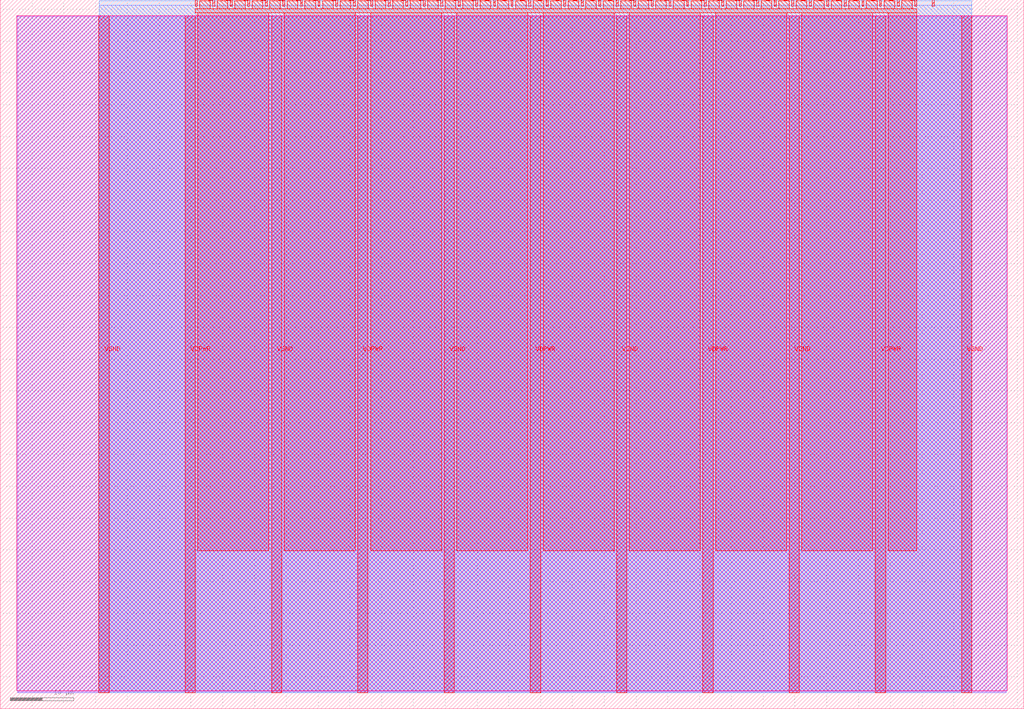
<source format=lef>
VERSION 5.7 ;
  NOWIREEXTENSIONATPIN ON ;
  DIVIDERCHAR "/" ;
  BUSBITCHARS "[]" ;
MACRO tt_um_tiny_pll
  CLASS BLOCK ;
  FOREIGN tt_um_tiny_pll ;
  ORIGIN 0.000 0.000 ;
  SIZE 161.000 BY 111.520 ;
  PIN VGND
    USE GROUND ;
    ANTENNAGATEAREA 1949.261108 ;
    ANTENNADIFFAREA 644.832947 ;
    PORT
      LAYER met4 ;
        RECT 15.530 2.480 17.130 109.040 ;
    END
    PORT
      LAYER met4 ;
        RECT 42.670 2.480 44.270 109.040 ;
    END
    PORT
      LAYER met4 ;
        RECT 69.810 2.480 71.410 109.040 ;
    END
    PORT
      LAYER met4 ;
        RECT 96.950 2.480 98.550 109.040 ;
    END
    PORT
      LAYER met4 ;
        RECT 124.090 2.480 125.690 109.040 ;
    END
    PORT
      LAYER met4 ;
        RECT 151.230 2.480 152.830 109.040 ;
    END
  END VGND
  PIN VDPWR
    USE POWER ;
    ANTENNAGATEAREA 1232.291504 ;
    ANTENNADIFFAREA 631.827759 ;
    PORT
      LAYER met4 ;
        RECT 29.100 2.480 30.700 109.040 ;
    END
    PORT
      LAYER met4 ;
        RECT 56.240 2.480 57.840 109.040 ;
    END
    PORT
      LAYER met4 ;
        RECT 83.380 2.480 84.980 109.040 ;
    END
    PORT
      LAYER met4 ;
        RECT 110.520 2.480 112.120 109.040 ;
    END
    PORT
      LAYER met4 ;
        RECT 137.660 2.480 139.260 109.040 ;
    END
  END VDPWR
  PIN clk
    ANTENNAGATEAREA 0.852000 ;
    PORT
      LAYER met4 ;
        RECT 143.830 110.520 144.130 111.520 ;
    END
  END clk
  PIN ena
    PORT
      LAYER met4 ;
        RECT 146.590 110.520 146.890 111.520 ;
    END
  END ena
  PIN rst_n
    ANTENNAGATEAREA 0.990000 ;
    PORT
      LAYER met4 ;
        RECT 141.070 110.520 141.370 111.520 ;
    END
  END rst_n
  PIN ui_in[0]
    ANTENNAGATEAREA 0.247500 ;
    PORT
      LAYER met4 ;
        RECT 138.310 110.520 138.610 111.520 ;
    END
  END ui_in[0]
  PIN ui_in[1]
    ANTENNAGATEAREA 0.247500 ;
    PORT
      LAYER met4 ;
        RECT 135.550 110.520 135.850 111.520 ;
    END
  END ui_in[1]
  PIN ui_in[2]
    ANTENNAGATEAREA 0.247500 ;
    PORT
      LAYER met4 ;
        RECT 132.790 110.520 133.090 111.520 ;
    END
  END ui_in[2]
  PIN ui_in[3]
    ANTENNAGATEAREA 0.247500 ;
    PORT
      LAYER met4 ;
        RECT 130.030 110.520 130.330 111.520 ;
    END
  END ui_in[3]
  PIN ui_in[4]
    ANTENNAGATEAREA 0.495000 ;
    PORT
      LAYER met4 ;
        RECT 127.270 110.520 127.570 111.520 ;
    END
  END ui_in[4]
  PIN ui_in[5]
    ANTENNAGATEAREA 0.495000 ;
    PORT
      LAYER met4 ;
        RECT 124.510 110.520 124.810 111.520 ;
    END
  END ui_in[5]
  PIN ui_in[6]
    ANTENNAGATEAREA 0.495000 ;
    PORT
      LAYER met4 ;
        RECT 121.750 110.520 122.050 111.520 ;
    END
  END ui_in[6]
  PIN ui_in[7]
    ANTENNAGATEAREA 0.495000 ;
    PORT
      LAYER met4 ;
        RECT 118.990 110.520 119.290 111.520 ;
    END
  END ui_in[7]
  PIN uio_in[0]
    ANTENNAGATEAREA 0.852000 ;
    PORT
      LAYER met4 ;
        RECT 116.230 110.520 116.530 111.520 ;
    END
  END uio_in[0]
  PIN uio_in[1]
    PORT
      LAYER met4 ;
        RECT 113.470 110.520 113.770 111.520 ;
    END
  END uio_in[1]
  PIN uio_in[2]
    PORT
      LAYER met4 ;
        RECT 110.710 110.520 111.010 111.520 ;
    END
  END uio_in[2]
  PIN uio_in[3]
    PORT
      LAYER met4 ;
        RECT 107.950 110.520 108.250 111.520 ;
    END
  END uio_in[3]
  PIN uio_in[4]
    PORT
      LAYER met4 ;
        RECT 105.190 110.520 105.490 111.520 ;
    END
  END uio_in[4]
  PIN uio_in[5]
    PORT
      LAYER met4 ;
        RECT 102.430 110.520 102.730 111.520 ;
    END
  END uio_in[5]
  PIN uio_in[6]
    PORT
      LAYER met4 ;
        RECT 99.670 110.520 99.970 111.520 ;
    END
  END uio_in[6]
  PIN uio_in[7]
    PORT
      LAYER met4 ;
        RECT 96.910 110.520 97.210 111.520 ;
    END
  END uio_in[7]
  PIN uio_oe[0]
    PORT
      LAYER met4 ;
        RECT 49.990 110.520 50.290 111.520 ;
    END
  END uio_oe[0]
  PIN uio_oe[1]
    ANTENNADIFFAREA 0.891000 ;
    PORT
      LAYER met4 ;
        RECT 47.230 110.520 47.530 111.520 ;
    END
  END uio_oe[1]
  PIN uio_oe[2]
    ANTENNADIFFAREA 0.891000 ;
    PORT
      LAYER met4 ;
        RECT 44.470 110.520 44.770 111.520 ;
    END
  END uio_oe[2]
  PIN uio_oe[3]
    ANTENNADIFFAREA 0.891000 ;
    PORT
      LAYER met4 ;
        RECT 41.710 110.520 42.010 111.520 ;
    END
  END uio_oe[3]
  PIN uio_oe[4]
    ANTENNADIFFAREA 0.891000 ;
    PORT
      LAYER met4 ;
        RECT 38.950 110.520 39.250 111.520 ;
    END
  END uio_oe[4]
  PIN uio_oe[5]
    ANTENNADIFFAREA 0.891000 ;
    PORT
      LAYER met4 ;
        RECT 36.190 110.520 36.490 111.520 ;
    END
  END uio_oe[5]
  PIN uio_oe[6]
    ANTENNADIFFAREA 0.891000 ;
    PORT
      LAYER met4 ;
        RECT 33.430 110.520 33.730 111.520 ;
    END
  END uio_oe[6]
  PIN uio_oe[7]
    ANTENNADIFFAREA 0.891000 ;
    PORT
      LAYER met4 ;
        RECT 30.670 110.520 30.970 111.520 ;
    END
  END uio_oe[7]
  PIN uio_out[0]
    ANTENNADIFFAREA 0.891000 ;
    PORT
      LAYER met4 ;
        RECT 72.070 110.520 72.370 111.520 ;
    END
  END uio_out[0]
  PIN uio_out[1]
    ANTENNADIFFAREA 0.891000 ;
    PORT
      LAYER met4 ;
        RECT 69.310 110.520 69.610 111.520 ;
    END
  END uio_out[1]
  PIN uio_out[2]
    ANTENNADIFFAREA 0.891000 ;
    PORT
      LAYER met4 ;
        RECT 66.550 110.520 66.850 111.520 ;
    END
  END uio_out[2]
  PIN uio_out[3]
    ANTENNADIFFAREA 0.891000 ;
    PORT
      LAYER met4 ;
        RECT 63.790 110.520 64.090 111.520 ;
    END
  END uio_out[3]
  PIN uio_out[4]
    ANTENNADIFFAREA 0.891000 ;
    PORT
      LAYER met4 ;
        RECT 61.030 110.520 61.330 111.520 ;
    END
  END uio_out[4]
  PIN uio_out[5]
    ANTENNADIFFAREA 0.891000 ;
    PORT
      LAYER met4 ;
        RECT 58.270 110.520 58.570 111.520 ;
    END
  END uio_out[5]
  PIN uio_out[6]
    ANTENNADIFFAREA 0.891000 ;
    PORT
      LAYER met4 ;
        RECT 55.510 110.520 55.810 111.520 ;
    END
  END uio_out[6]
  PIN uio_out[7]
    ANTENNADIFFAREA 0.891000 ;
    PORT
      LAYER met4 ;
        RECT 52.750 110.520 53.050 111.520 ;
    END
  END uio_out[7]
  PIN uo_out[0]
    ANTENNADIFFAREA 0.340600 ;
    PORT
      LAYER met4 ;
        RECT 94.150 110.520 94.450 111.520 ;
    END
  END uo_out[0]
  PIN uo_out[1]
    ANTENNADIFFAREA 0.340600 ;
    PORT
      LAYER met4 ;
        RECT 91.390 110.520 91.690 111.520 ;
    END
  END uo_out[1]
  PIN uo_out[2]
    ANTENNADIFFAREA 0.340600 ;
    PORT
      LAYER met4 ;
        RECT 88.630 110.520 88.930 111.520 ;
    END
  END uo_out[2]
  PIN uo_out[3]
    ANTENNADIFFAREA 0.340600 ;
    PORT
      LAYER met4 ;
        RECT 85.870 110.520 86.170 111.520 ;
    END
  END uo_out[3]
  PIN uo_out[4]
    ANTENNADIFFAREA 0.340600 ;
    PORT
      LAYER met4 ;
        RECT 83.110 110.520 83.410 111.520 ;
    END
  END uo_out[4]
  PIN uo_out[5]
    ANTENNADIFFAREA 0.891000 ;
    PORT
      LAYER met4 ;
        RECT 80.350 110.520 80.650 111.520 ;
    END
  END uo_out[5]
  PIN uo_out[6]
    ANTENNADIFFAREA 0.891000 ;
    PORT
      LAYER met4 ;
        RECT 77.590 110.520 77.890 111.520 ;
    END
  END uo_out[6]
  PIN uo_out[7]
    ANTENNADIFFAREA 0.891000 ;
    PORT
      LAYER met4 ;
        RECT 74.830 110.520 75.130 111.520 ;
    END
  END uo_out[7]
  OBS
      LAYER nwell ;
        RECT 2.570 2.825 158.430 108.990 ;
      LAYER li1 ;
        RECT 2.760 2.635 158.240 108.885 ;
      LAYER met1 ;
        RECT 2.760 2.480 158.240 109.040 ;
      LAYER met2 ;
        RECT 15.560 2.535 152.800 110.685 ;
      LAYER met3 ;
        RECT 15.540 2.555 152.820 111.340 ;
      LAYER met4 ;
        RECT 31.370 110.120 33.030 111.345 ;
        RECT 34.130 110.120 35.790 111.345 ;
        RECT 36.890 110.120 38.550 111.345 ;
        RECT 39.650 110.120 41.310 111.345 ;
        RECT 42.410 110.120 44.070 111.345 ;
        RECT 45.170 110.120 46.830 111.345 ;
        RECT 47.930 110.120 49.590 111.345 ;
        RECT 50.690 110.120 52.350 111.345 ;
        RECT 53.450 110.120 55.110 111.345 ;
        RECT 56.210 110.120 57.870 111.345 ;
        RECT 58.970 110.120 60.630 111.345 ;
        RECT 61.730 110.120 63.390 111.345 ;
        RECT 64.490 110.120 66.150 111.345 ;
        RECT 67.250 110.120 68.910 111.345 ;
        RECT 70.010 110.120 71.670 111.345 ;
        RECT 72.770 110.120 74.430 111.345 ;
        RECT 75.530 110.120 77.190 111.345 ;
        RECT 78.290 110.120 79.950 111.345 ;
        RECT 81.050 110.120 82.710 111.345 ;
        RECT 83.810 110.120 85.470 111.345 ;
        RECT 86.570 110.120 88.230 111.345 ;
        RECT 89.330 110.120 90.990 111.345 ;
        RECT 92.090 110.120 93.750 111.345 ;
        RECT 94.850 110.120 96.510 111.345 ;
        RECT 97.610 110.120 99.270 111.345 ;
        RECT 100.370 110.120 102.030 111.345 ;
        RECT 103.130 110.120 104.790 111.345 ;
        RECT 105.890 110.120 107.550 111.345 ;
        RECT 108.650 110.120 110.310 111.345 ;
        RECT 111.410 110.120 113.070 111.345 ;
        RECT 114.170 110.120 115.830 111.345 ;
        RECT 116.930 110.120 118.590 111.345 ;
        RECT 119.690 110.120 121.350 111.345 ;
        RECT 122.450 110.120 124.110 111.345 ;
        RECT 125.210 110.120 126.870 111.345 ;
        RECT 127.970 110.120 129.630 111.345 ;
        RECT 130.730 110.120 132.390 111.345 ;
        RECT 133.490 110.120 135.150 111.345 ;
        RECT 136.250 110.120 137.910 111.345 ;
        RECT 139.010 110.120 140.670 111.345 ;
        RECT 141.770 110.120 143.430 111.345 ;
        RECT 30.655 109.440 144.145 110.120 ;
        RECT 31.100 24.840 42.270 109.440 ;
        RECT 44.670 24.840 55.840 109.440 ;
        RECT 58.240 24.840 69.410 109.440 ;
        RECT 71.810 24.840 82.980 109.440 ;
        RECT 85.380 24.840 96.550 109.440 ;
        RECT 98.950 24.840 110.120 109.440 ;
        RECT 112.520 24.840 123.690 109.440 ;
        RECT 126.090 24.840 137.260 109.440 ;
        RECT 139.660 24.840 144.145 109.440 ;
  END
END tt_um_tiny_pll
END LIBRARY


</source>
